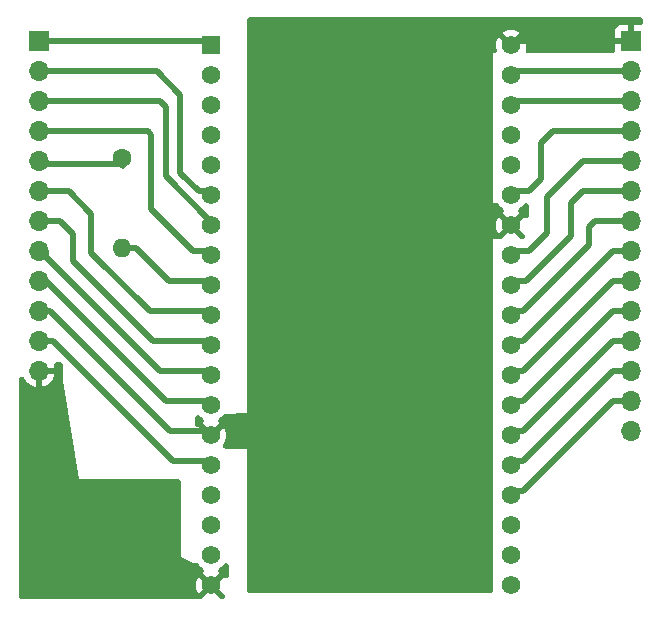
<source format=gbr>
%TF.GenerationSoftware,KiCad,Pcbnew,8.0.8*%
%TF.CreationDate,2025-04-09T16:19:13-04:00*%
%TF.ProjectId,ESP32PCB,45535033-3250-4434-922e-6b696361645f,rev?*%
%TF.SameCoordinates,Original*%
%TF.FileFunction,Copper,L2,Bot*%
%TF.FilePolarity,Positive*%
%FSLAX46Y46*%
G04 Gerber Fmt 4.6, Leading zero omitted, Abs format (unit mm)*
G04 Created by KiCad (PCBNEW 8.0.8) date 2025-04-09 16:19:13*
%MOMM*%
%LPD*%
G01*
G04 APERTURE LIST*
%TA.AperFunction,ComponentPad*%
%ADD10C,1.600000*%
%TD*%
%TA.AperFunction,ComponentPad*%
%ADD11O,1.600000X1.600000*%
%TD*%
%TA.AperFunction,ComponentPad*%
%ADD12R,1.560000X1.560000*%
%TD*%
%TA.AperFunction,ComponentPad*%
%ADD13C,1.560000*%
%TD*%
%TA.AperFunction,ComponentPad*%
%ADD14R,1.700000X1.700000*%
%TD*%
%TA.AperFunction,ComponentPad*%
%ADD15O,1.700000X1.700000*%
%TD*%
%TA.AperFunction,Conductor*%
%ADD16C,0.500000*%
%TD*%
G04 APERTURE END LIST*
D10*
%TO.P,R1,1*%
%TO.N,Net-(J1-Pin_5)*%
X149950000Y-54630000D03*
D11*
%TO.P,R1,2*%
%TO.N,Net-(U1-IO25)*%
X149950000Y-62250000D03*
%TD*%
D12*
%TO.P,U1,J2-1,3V3*%
%TO.N,Net-(J1-Pin_1)*%
X157500000Y-45050000D03*
D13*
%TO.P,U1,J2-2,EN*%
%TO.N,unconnected-(U1-EN-PadJ2-2)*%
X157500000Y-47590000D03*
%TO.P,U1,J2-3,SENSOR_VP*%
%TO.N,unconnected-(U1-SENSOR_VP-PadJ2-3)*%
X157500000Y-50130000D03*
%TO.P,U1,J2-4,SENSOR_VN*%
%TO.N,unconnected-(U1-SENSOR_VN-PadJ2-4)*%
X157500000Y-52670000D03*
%TO.P,U1,J2-5,IO34*%
%TO.N,unconnected-(U1-IO34-PadJ2-5)*%
X157500000Y-55210000D03*
%TO.P,U1,J2-6,IO35*%
%TO.N,Net-(J1-Pin_2)*%
X157500000Y-57750000D03*
%TO.P,U1,J2-7,IO32*%
%TO.N,Net-(J1-Pin_3)*%
X157500000Y-60290000D03*
%TO.P,U1,J2-8,IO33*%
%TO.N,Net-(J1-Pin_4)*%
X157500000Y-62830000D03*
%TO.P,U1,J2-9,IO25*%
%TO.N,Net-(U1-IO25)*%
X157500000Y-65370000D03*
%TO.P,U1,J2-10,IO26*%
%TO.N,Net-(J1-Pin_6)*%
X157500000Y-67910000D03*
%TO.P,U1,J2-11,IO27*%
%TO.N,Net-(J1-Pin_7)*%
X157500000Y-70450000D03*
%TO.P,U1,J2-12,IO14*%
%TO.N,Net-(J1-Pin_8)*%
X157500000Y-72990000D03*
%TO.P,U1,J2-13,IO12*%
%TO.N,Net-(J1-Pin_9)*%
X157500000Y-75530000D03*
%TO.P,U1,J2-14,GND1*%
%TO.N,Net-(J1-Pin_10)*%
X157500000Y-78070000D03*
%TO.P,U1,J2-15,IO13*%
%TO.N,Net-(J1-Pin_11)*%
X157500000Y-80610000D03*
%TO.P,U1,J2-16,SD2*%
%TO.N,unconnected-(U1-SD2-PadJ2-16)*%
X157500000Y-83150000D03*
%TO.P,U1,J2-17,SD3*%
%TO.N,unconnected-(U1-SD3-PadJ2-17)*%
X157500000Y-85690000D03*
%TO.P,U1,J2-18,CMD*%
%TO.N,unconnected-(U1-CMD-PadJ2-18)*%
X157500000Y-88230000D03*
%TO.P,U1,J2-19,EXT_5V*%
%TO.N,Net-(J1-Pin_12)*%
X157500000Y-90770000D03*
%TO.P,U1,J3-1,GND3*%
%TO.N,Net-(J1-Pin_10)*%
X182900000Y-45050000D03*
%TO.P,U1,J3-2,IO23*%
%TO.N,Net-(J2-Pin_2)*%
X182900000Y-47590000D03*
%TO.P,U1,J3-3,IO22*%
%TO.N,Net-(J2-Pin_3)*%
X182900000Y-50130000D03*
%TO.P,U1,J3-4,TXD0*%
%TO.N,unconnected-(U1-TXD0-PadJ3-4)*%
X182900000Y-52670000D03*
%TO.P,U1,J3-5,RXD0*%
%TO.N,unconnected-(U1-RXD0-PadJ3-5)*%
X182900000Y-55210000D03*
%TO.P,U1,J3-6,IO21*%
%TO.N,Net-(J2-Pin_4)*%
X182900000Y-57750000D03*
%TO.P,U1,J3-7,GND2*%
%TO.N,Net-(J1-Pin_10)*%
X182900000Y-60290000D03*
%TO.P,U1,J3-8,IO19*%
%TO.N,Net-(J2-Pin_5)*%
X182900000Y-62830000D03*
%TO.P,U1,J3-9,IO18*%
%TO.N,Net-(J2-Pin_6)*%
X182900000Y-65370000D03*
%TO.P,U1,J3-10,IO5*%
%TO.N,Net-(J2-Pin_7)*%
X182900000Y-67910000D03*
%TO.P,U1,J3-11,IO17*%
%TO.N,Net-(J2-Pin_8)*%
X182900000Y-70450000D03*
%TO.P,U1,J3-12,IO16*%
%TO.N,Net-(J2-Pin_9)*%
X182900000Y-72990000D03*
%TO.P,U1,J3-13,IO4*%
%TO.N,Net-(J2-Pin_10)*%
X182900000Y-75530000D03*
%TO.P,U1,J3-14,IO0*%
%TO.N,Net-(J2-Pin_11)*%
X182900000Y-78070000D03*
%TO.P,U1,J3-15,IO2*%
%TO.N,Net-(J2-Pin_12)*%
X182900000Y-80610000D03*
%TO.P,U1,J3-16,IO15*%
%TO.N,Net-(J2-Pin_13)*%
X182900000Y-83150000D03*
%TO.P,U1,J3-17,SD1*%
%TO.N,unconnected-(U1-SD1-PadJ3-17)*%
X182900000Y-85690000D03*
%TO.P,U1,J3-18,SD0*%
%TO.N,unconnected-(U1-SD0-PadJ3-18)*%
X182900000Y-88230000D03*
%TO.P,U1,J3-19,CLK*%
%TO.N,unconnected-(U1-CLK-PadJ3-19)*%
X182900000Y-90770000D03*
%TD*%
D14*
%TO.P,J2,1,Pin_1*%
%TO.N,Net-(J1-Pin_10)*%
X193040000Y-44704000D03*
D15*
%TO.P,J2,2,Pin_2*%
%TO.N,Net-(J2-Pin_2)*%
X193040000Y-47244000D03*
%TO.P,J2,3,Pin_3*%
%TO.N,Net-(J2-Pin_3)*%
X193040000Y-49784000D03*
%TO.P,J2,4,Pin_4*%
%TO.N,Net-(J2-Pin_4)*%
X193040000Y-52324000D03*
%TO.P,J2,5,Pin_5*%
%TO.N,Net-(J2-Pin_5)*%
X193040000Y-54864000D03*
%TO.P,J2,6,Pin_6*%
%TO.N,Net-(J2-Pin_6)*%
X193040000Y-57404000D03*
%TO.P,J2,7,Pin_7*%
%TO.N,Net-(J2-Pin_7)*%
X193040000Y-59944000D03*
%TO.P,J2,8,Pin_8*%
%TO.N,Net-(J2-Pin_8)*%
X193040000Y-62484000D03*
%TO.P,J2,9,Pin_9*%
%TO.N,Net-(J2-Pin_9)*%
X193040000Y-65024000D03*
%TO.P,J2,10,Pin_10*%
%TO.N,Net-(J2-Pin_10)*%
X193040000Y-67564000D03*
%TO.P,J2,11,Pin_11*%
%TO.N,Net-(J2-Pin_11)*%
X193040000Y-70104000D03*
%TO.P,J2,12,Pin_12*%
%TO.N,Net-(J2-Pin_12)*%
X193040000Y-72644000D03*
%TO.P,J2,13,Pin_13*%
%TO.N,Net-(J2-Pin_13)*%
X193040000Y-75184000D03*
%TO.P,J2,14,Pin_14*%
%TO.N,unconnected-(J2-Pin_14-Pad14)*%
X193040000Y-77724000D03*
%TD*%
D14*
%TO.P,J1,1,Pin_1*%
%TO.N,Net-(J1-Pin_1)*%
X142900000Y-44680000D03*
D15*
%TO.P,J1,2,Pin_2*%
%TO.N,Net-(J1-Pin_2)*%
X142900000Y-47220000D03*
%TO.P,J1,3,Pin_3*%
%TO.N,Net-(J1-Pin_3)*%
X142900000Y-49760000D03*
%TO.P,J1,4,Pin_4*%
%TO.N,Net-(J1-Pin_4)*%
X142900000Y-52300000D03*
%TO.P,J1,5,Pin_5*%
%TO.N,Net-(J1-Pin_5)*%
X142900000Y-54840000D03*
%TO.P,J1,6,Pin_6*%
%TO.N,Net-(J1-Pin_6)*%
X142900000Y-57380000D03*
%TO.P,J1,7,Pin_7*%
%TO.N,Net-(J1-Pin_7)*%
X142900000Y-59920000D03*
%TO.P,J1,8,Pin_8*%
%TO.N,Net-(J1-Pin_8)*%
X142900000Y-62460000D03*
%TO.P,J1,9,Pin_9*%
%TO.N,Net-(J1-Pin_9)*%
X142900000Y-65000000D03*
%TO.P,J1,10,Pin_10*%
%TO.N,Net-(J1-Pin_10)*%
X142900000Y-67540000D03*
%TO.P,J1,11,Pin_11*%
%TO.N,Net-(J1-Pin_11)*%
X142900000Y-70080000D03*
%TO.P,J1,12,Pin_12*%
%TO.N,Net-(J1-Pin_12)*%
X142900000Y-72620000D03*
%TD*%
D16*
%TO.N,Net-(J1-Pin_8)*%
X153170000Y-72620000D02*
X157450000Y-72620000D01*
X143560000Y-63010000D02*
X153170000Y-72620000D01*
X143560000Y-62460000D02*
X143560000Y-63010000D01*
%TO.N,Net-(J1-Pin_9)*%
X142900000Y-65000000D02*
X143550000Y-65000000D01*
X153710000Y-75160000D02*
X157450000Y-75160000D01*
X143550000Y-65000000D02*
X153710000Y-75160000D01*
%TO.N,Net-(J1-Pin_5)*%
X142900000Y-54840000D02*
X143146000Y-55086000D01*
X143146000Y-55086000D02*
X149846000Y-55086000D01*
X149846000Y-55086000D02*
X150050000Y-55290000D01*
%TO.N,Net-(J1-Pin_2)*%
X154900000Y-55840000D02*
X156440000Y-57380000D01*
X156440000Y-57380000D02*
X157450000Y-57380000D01*
X142900000Y-47220000D02*
X142924000Y-47244000D01*
X142924000Y-47244000D02*
X152908000Y-47244000D01*
X152908000Y-47244000D02*
X154900000Y-49236000D01*
X154900000Y-49236000D02*
X154900000Y-55840000D01*
%TO.N,Net-(J1-Pin_10)*%
X143890000Y-67540000D02*
X154050000Y-77700000D01*
X154050000Y-77700000D02*
X157450000Y-77700000D01*
X182850000Y-44680000D02*
X183872000Y-44680000D01*
X193544000Y-44700000D02*
X193548000Y-44704000D01*
X142900000Y-67540000D02*
X143890000Y-67540000D01*
X183892000Y-44700000D02*
X193544000Y-44700000D01*
X183872000Y-44680000D02*
X183892000Y-44700000D01*
%TO.N,Net-(J1-Pin_6)*%
X145454000Y-57404000D02*
X142924000Y-57404000D01*
X147350000Y-62600000D02*
X147350000Y-59300000D01*
X147350000Y-59300000D02*
X145454000Y-57404000D01*
X152290000Y-67540000D02*
X147350000Y-62600000D01*
X157450000Y-67540000D02*
X152290000Y-67540000D01*
X142924000Y-57404000D02*
X142900000Y-57380000D01*
%TO.N,Net-(J1-Pin_4)*%
X152400000Y-58928000D02*
X155932000Y-62460000D01*
X152124000Y-52324000D02*
X152400000Y-52600000D01*
X152400000Y-52600000D02*
X152400000Y-58928000D01*
X142900000Y-52300000D02*
X142924000Y-52324000D01*
X142924000Y-52324000D02*
X152124000Y-52324000D01*
X155932000Y-62460000D02*
X157450000Y-62460000D01*
%TO.N,Net-(J1-Pin_7)*%
X145800000Y-61050000D02*
X145800000Y-63350000D01*
X142900000Y-59920000D02*
X144670000Y-59920000D01*
X144670000Y-59920000D02*
X145800000Y-61050000D01*
X145800000Y-63350000D02*
X152554000Y-70104000D01*
X157426000Y-70104000D02*
X157450000Y-70080000D01*
X152554000Y-70104000D02*
X157426000Y-70104000D01*
%TO.N,Net-(J1-Pin_3)*%
X142924000Y-49784000D02*
X153184000Y-49784000D01*
X142900000Y-49760000D02*
X142924000Y-49784000D01*
X153650000Y-50250000D02*
X153650000Y-56120000D01*
X153650000Y-56120000D02*
X157450000Y-59920000D01*
X153184000Y-49784000D02*
X153650000Y-50250000D01*
%TO.N,Net-(J1-Pin_1)*%
X142900000Y-44680000D02*
X157450000Y-44680000D01*
X143266000Y-45046000D02*
X142900000Y-44680000D01*
%TO.N,Net-(J1-Pin_11)*%
X157450000Y-80240000D02*
X154290000Y-80240000D01*
X154290000Y-80240000D02*
X144130000Y-70080000D01*
X144130000Y-70080000D02*
X142900000Y-70080000D01*
%TO.N,Net-(J2-Pin_9)*%
X191520000Y-65020000D02*
X193544000Y-65020000D01*
X193544000Y-65020000D02*
X193548000Y-65024000D01*
X182850000Y-72620000D02*
X183920000Y-72620000D01*
X183920000Y-72620000D02*
X191520000Y-65020000D01*
%TO.N,Net-(J2-Pin_8)*%
X182850000Y-70080000D02*
X183920000Y-70080000D01*
X183920000Y-70080000D02*
X191516000Y-62484000D01*
X191516000Y-62484000D02*
X193548000Y-62484000D01*
%TO.N,Net-(J2-Pin_6)*%
X187960000Y-61214000D02*
X187960000Y-58420000D01*
X188976000Y-57404000D02*
X193548000Y-57404000D01*
X187960000Y-58420000D02*
X188976000Y-57404000D01*
X182850000Y-65000000D02*
X184174000Y-65000000D01*
X184174000Y-65000000D02*
X187960000Y-61214000D01*
%TO.N,Net-(J2-Pin_3)*%
X182850000Y-49760000D02*
X193524000Y-49760000D01*
X193524000Y-49760000D02*
X193548000Y-49784000D01*
%TO.N,Net-(J2-Pin_13)*%
X193544000Y-75180000D02*
X193548000Y-75184000D01*
X191520000Y-75180000D02*
X193544000Y-75180000D01*
X182850000Y-82780000D02*
X183920000Y-82780000D01*
X183920000Y-82780000D02*
X191520000Y-75180000D01*
%TO.N,Net-(J2-Pin_11)*%
X191520000Y-70100000D02*
X193544000Y-70100000D01*
X193544000Y-70100000D02*
X193548000Y-70104000D01*
X183920000Y-77700000D02*
X191520000Y-70100000D01*
X182850000Y-77700000D02*
X183920000Y-77700000D01*
%TO.N,Net-(J2-Pin_12)*%
X191520000Y-72640000D02*
X193544000Y-72640000D01*
X183920000Y-80240000D02*
X191520000Y-72640000D01*
X193544000Y-72640000D02*
X193548000Y-72644000D01*
X182850000Y-80240000D02*
X183920000Y-80240000D01*
%TO.N,Net-(J2-Pin_4)*%
X193544000Y-52320000D02*
X186440000Y-52320000D01*
X184428000Y-57380000D02*
X182850000Y-57380000D01*
X185420000Y-53340000D02*
X185420000Y-56388000D01*
X186440000Y-52320000D02*
X185420000Y-53340000D01*
X193548000Y-52324000D02*
X193544000Y-52320000D01*
X185420000Y-56388000D02*
X184428000Y-57380000D01*
%TO.N,Net-(J2-Pin_2)*%
X193524000Y-47220000D02*
X193548000Y-47244000D01*
X182850000Y-47220000D02*
X193524000Y-47220000D01*
%TO.N,Net-(J2-Pin_7)*%
X189484000Y-60452000D02*
X189992000Y-59944000D01*
X182850000Y-67540000D02*
X183920000Y-67540000D01*
X183920000Y-67540000D02*
X189484000Y-61976000D01*
X189992000Y-59944000D02*
X193548000Y-59944000D01*
X189484000Y-61976000D02*
X189484000Y-60452000D01*
%TO.N,Net-(J2-Pin_10)*%
X193544000Y-67560000D02*
X193548000Y-67564000D01*
X182850000Y-75160000D02*
X183920000Y-75160000D01*
X183920000Y-75160000D02*
X191520000Y-67560000D01*
X191520000Y-67560000D02*
X193544000Y-67560000D01*
%TO.N,Net-(J2-Pin_5)*%
X193548000Y-54864000D02*
X193544000Y-54860000D01*
X185928000Y-60960000D02*
X184428000Y-62460000D01*
X193544000Y-54860000D02*
X188980000Y-54860000D01*
X185928000Y-57912000D02*
X185928000Y-60960000D01*
X184428000Y-62460000D02*
X182850000Y-62460000D01*
X188980000Y-54860000D02*
X185928000Y-57912000D01*
%TO.N,Net-(U1-IO25)*%
X151150000Y-62250000D02*
X153900000Y-65000000D01*
X149950000Y-62250000D02*
X151150000Y-62250000D01*
X153900000Y-65000000D02*
X157450000Y-65000000D01*
%TD*%
%TA.AperFunction,Conductor*%
%TO.N,Net-(J1-Pin_10)*%
G36*
X193902288Y-42690954D02*
G01*
X193983070Y-42744930D01*
X194037046Y-42825712D01*
X194056000Y-42921000D01*
X194056000Y-43105000D01*
X194037046Y-43200288D01*
X193983070Y-43281070D01*
X193902288Y-43335046D01*
X193807000Y-43354000D01*
X193290001Y-43354000D01*
X193290000Y-43354001D01*
X193290000Y-44270988D01*
X193232993Y-44238075D01*
X193105826Y-44204000D01*
X192974174Y-44204000D01*
X192847007Y-44238075D01*
X192790000Y-44270988D01*
X192790000Y-43354001D01*
X192789999Y-43354000D01*
X192142167Y-43354000D01*
X192082628Y-43360401D01*
X192082621Y-43360403D01*
X191947912Y-43410646D01*
X191832812Y-43496810D01*
X191832810Y-43496812D01*
X191746646Y-43611912D01*
X191696403Y-43746621D01*
X191696401Y-43746628D01*
X191690000Y-43806167D01*
X191690000Y-44453999D01*
X191690001Y-44454000D01*
X192606988Y-44454000D01*
X192574075Y-44511007D01*
X192540000Y-44638174D01*
X192540000Y-44769826D01*
X192574075Y-44896993D01*
X192606988Y-44954000D01*
X191690001Y-44954000D01*
X191690000Y-44954001D01*
X191690000Y-45471000D01*
X191671046Y-45566288D01*
X191617070Y-45647070D01*
X191536288Y-45701046D01*
X191441000Y-45720000D01*
X184370131Y-45720000D01*
X184274843Y-45701046D01*
X184194061Y-45647070D01*
X184140085Y-45566288D01*
X184121131Y-45471000D01*
X184129615Y-45406555D01*
X184165368Y-45273121D01*
X184165368Y-45273116D01*
X184184888Y-45050000D01*
X184165368Y-44826883D01*
X184165368Y-44826882D01*
X184107401Y-44610543D01*
X184012747Y-44407558D01*
X183964664Y-44338889D01*
X183399292Y-44904260D01*
X183384563Y-44849288D01*
X183316104Y-44730713D01*
X183219287Y-44633896D01*
X183100712Y-44565437D01*
X183045736Y-44550706D01*
X183611110Y-43985333D01*
X183611110Y-43985332D01*
X183542450Y-43937256D01*
X183542448Y-43937254D01*
X183339456Y-43842598D01*
X183123117Y-43784631D01*
X182900000Y-43765111D01*
X182676883Y-43784631D01*
X182676882Y-43784631D01*
X182460543Y-43842598D01*
X182257555Y-43937253D01*
X182257554Y-43937253D01*
X182188887Y-43985334D01*
X182754260Y-44550707D01*
X182699288Y-44565437D01*
X182580713Y-44633896D01*
X182483896Y-44730713D01*
X182415437Y-44849288D01*
X182400707Y-44904261D01*
X181835334Y-44338888D01*
X181787253Y-44407554D01*
X181787253Y-44407555D01*
X181692598Y-44610543D01*
X181634631Y-44826882D01*
X181634631Y-44826883D01*
X181615111Y-45050000D01*
X181634631Y-45273116D01*
X181634631Y-45273121D01*
X181670385Y-45406555D01*
X181676739Y-45503502D01*
X181645509Y-45595501D01*
X181581450Y-45668546D01*
X181494314Y-45711516D01*
X181429869Y-45720000D01*
X181356000Y-45720000D01*
X181356000Y-58420000D01*
X181676316Y-58420000D01*
X181771604Y-58438954D01*
X181852386Y-58492930D01*
X181880284Y-58526178D01*
X181915333Y-58576233D01*
X182073767Y-58734667D01*
X182073770Y-58734669D01*
X182190403Y-58816337D01*
X182257586Y-58886518D01*
X182292798Y-58977068D01*
X182290678Y-59074200D01*
X182251549Y-59163127D01*
X182190401Y-59224274D01*
X182188887Y-59225333D01*
X182188887Y-59225334D01*
X182754260Y-59790707D01*
X182699288Y-59805437D01*
X182580713Y-59873896D01*
X182483896Y-59970713D01*
X182415437Y-60089288D01*
X182400707Y-60144260D01*
X181835334Y-59578887D01*
X181787253Y-59647554D01*
X181787253Y-59647555D01*
X181692598Y-59850543D01*
X181634631Y-60066882D01*
X181634631Y-60066883D01*
X181615111Y-60290000D01*
X181634631Y-60513116D01*
X181634631Y-60513117D01*
X181692598Y-60729456D01*
X181787254Y-60932448D01*
X181787256Y-60932450D01*
X181835333Y-61001110D01*
X182400706Y-60435737D01*
X182415437Y-60490712D01*
X182483896Y-60609287D01*
X182580713Y-60706104D01*
X182699288Y-60774563D01*
X182754260Y-60789292D01*
X182143883Y-61399669D01*
X182063102Y-61453645D01*
X181990935Y-61468000D01*
X181944693Y-61468000D01*
X181872526Y-61453645D01*
X181872510Y-61453639D01*
X181870509Y-61452810D01*
X181826209Y-61423205D01*
X181737824Y-61462097D01*
X181683929Y-61468000D01*
X181356000Y-61468000D01*
X181356000Y-61468001D01*
X181356000Y-91191000D01*
X181337046Y-91286288D01*
X181283070Y-91367070D01*
X181202288Y-91421046D01*
X181107000Y-91440000D01*
X160777000Y-91440000D01*
X160681712Y-91421046D01*
X160600930Y-91367070D01*
X160546954Y-91286288D01*
X160528000Y-91191000D01*
X160528000Y-79248001D01*
X160528000Y-79248000D01*
X160444463Y-79245239D01*
X158748923Y-79189200D01*
X158654313Y-79167109D01*
X158575358Y-79110493D01*
X158524080Y-79027973D01*
X158508284Y-78932111D01*
X158530375Y-78837501D01*
X158553179Y-78797515D01*
X158612747Y-78712442D01*
X158707401Y-78509456D01*
X158765368Y-78293117D01*
X158765368Y-78293116D01*
X158784888Y-78070000D01*
X158765368Y-77846883D01*
X158765368Y-77846882D01*
X158707401Y-77630543D01*
X158612747Y-77427558D01*
X158564664Y-77358889D01*
X157999292Y-77924260D01*
X157984563Y-77869288D01*
X157916104Y-77750713D01*
X157819287Y-77653896D01*
X157700712Y-77585437D01*
X157645736Y-77570706D01*
X158211109Y-77005334D01*
X158209596Y-77004274D01*
X158142412Y-76934093D01*
X158107200Y-76843543D01*
X158109319Y-76746411D01*
X158148448Y-76657484D01*
X158209595Y-76596337D01*
X158326233Y-76514667D01*
X158484667Y-76356233D01*
X158484675Y-76356220D01*
X158487825Y-76352468D01*
X158490896Y-76350002D01*
X158492354Y-76348545D01*
X158492513Y-76348704D01*
X158563591Y-76291652D01*
X158656863Y-76264459D01*
X158670003Y-76263659D01*
X160528000Y-76200000D01*
X160528000Y-42921000D01*
X160546954Y-42825712D01*
X160600930Y-42744930D01*
X160681712Y-42690954D01*
X160777000Y-42672000D01*
X193807000Y-42672000D01*
X193902288Y-42690954D01*
G37*
%TD.AperFunction*%
%TA.AperFunction,Conductor*%
G36*
X156484955Y-76357479D02*
G01*
X156567542Y-76408649D01*
X156573662Y-76414562D01*
X156673767Y-76514667D01*
X156673770Y-76514669D01*
X156790403Y-76596337D01*
X156857586Y-76666518D01*
X156892798Y-76757068D01*
X156890678Y-76854200D01*
X156851549Y-76943127D01*
X156790401Y-77004274D01*
X156788887Y-77005333D01*
X156788887Y-77005334D01*
X157354260Y-77570707D01*
X157299288Y-77585437D01*
X157180713Y-77653896D01*
X157083896Y-77750713D01*
X157015437Y-77869288D01*
X157000707Y-77924261D01*
X156435332Y-77358886D01*
X156393065Y-77362585D01*
X156296488Y-77352009D01*
X156211309Y-77305278D01*
X156150497Y-77229509D01*
X156123311Y-77136235D01*
X156122527Y-77105497D01*
X156141568Y-76581856D01*
X156163973Y-76487324D01*
X156220849Y-76408557D01*
X156303539Y-76357552D01*
X156381852Y-76342056D01*
X156389076Y-76341808D01*
X156484955Y-76357479D01*
G37*
%TD.AperFunction*%
%TA.AperFunction,Conductor*%
G36*
X184010255Y-61046700D02*
G01*
X184064231Y-61127482D01*
X184083185Y-61222770D01*
X184064231Y-61318058D01*
X184010255Y-61398840D01*
X183929489Y-61452810D01*
X183927488Y-61453639D01*
X183855314Y-61468000D01*
X183809073Y-61468000D01*
X183736911Y-61453651D01*
X183656126Y-61399681D01*
X183045738Y-60789293D01*
X183100712Y-60774563D01*
X183219287Y-60706104D01*
X183316104Y-60609287D01*
X183384563Y-60490712D01*
X183399293Y-60435738D01*
X184010255Y-61046700D01*
G37*
%TD.AperFunction*%
%TA.AperFunction,Conductor*%
G36*
X184250288Y-58438954D02*
G01*
X184331070Y-58492930D01*
X184385046Y-58573712D01*
X184404000Y-58669000D01*
X184404000Y-59416596D01*
X184385046Y-59511884D01*
X184331070Y-59592666D01*
X184250288Y-59646642D01*
X184155000Y-59665596D01*
X184059712Y-59646642D01*
X183978930Y-59592666D01*
X183967583Y-59579143D01*
X183964664Y-59578888D01*
X183399292Y-60144260D01*
X183384563Y-60089288D01*
X183316104Y-59970713D01*
X183219287Y-59873896D01*
X183100712Y-59805437D01*
X183045737Y-59790706D01*
X183611110Y-59225334D01*
X183609596Y-59224274D01*
X183542412Y-59154093D01*
X183507200Y-59063543D01*
X183509319Y-58966411D01*
X183548448Y-58877484D01*
X183609595Y-58816337D01*
X183726233Y-58734667D01*
X183884667Y-58576233D01*
X183919716Y-58526178D01*
X183989898Y-58458995D01*
X184080447Y-58423783D01*
X184123684Y-58420000D01*
X184155000Y-58420000D01*
X184250288Y-58438954D01*
G37*
%TD.AperFunction*%
%TD*%
%TA.AperFunction,Conductor*%
%TO.N,Net-(J1-Pin_12)*%
G36*
X144725546Y-71871629D02*
G01*
X144820297Y-71893078D01*
X144899633Y-71949157D01*
X144951469Y-72031328D01*
X144968000Y-72120542D01*
X144968000Y-73402000D01*
X145055405Y-73950635D01*
X146303999Y-81788000D01*
X146304000Y-81788000D01*
X154691000Y-81788000D01*
X154786288Y-81806954D01*
X154867070Y-81860930D01*
X154921046Y-81941712D01*
X154940000Y-82037000D01*
X154940000Y-88392000D01*
X155955998Y-88899999D01*
X155955999Y-88900000D01*
X155956000Y-88900000D01*
X156276316Y-88900000D01*
X156371604Y-88918954D01*
X156452386Y-88972930D01*
X156480284Y-89006178D01*
X156515333Y-89056233D01*
X156673767Y-89214667D01*
X156673770Y-89214669D01*
X156790403Y-89296337D01*
X156857586Y-89366518D01*
X156892798Y-89457068D01*
X156890678Y-89554200D01*
X156851549Y-89643127D01*
X156790401Y-89704274D01*
X156788887Y-89705333D01*
X156788887Y-89705334D01*
X157354260Y-90270707D01*
X157299288Y-90285437D01*
X157180713Y-90353896D01*
X157083896Y-90450713D01*
X157015437Y-90569288D01*
X157000707Y-90624260D01*
X156435334Y-90058887D01*
X156387253Y-90127554D01*
X156387253Y-90127555D01*
X156292598Y-90330543D01*
X156234631Y-90546882D01*
X156234631Y-90546883D01*
X156215111Y-90770000D01*
X156234631Y-90993116D01*
X156234631Y-90993117D01*
X156292598Y-91209456D01*
X156387254Y-91412446D01*
X156435334Y-91481110D01*
X157000706Y-90915737D01*
X157015437Y-90970712D01*
X157083896Y-91089287D01*
X157180713Y-91186104D01*
X157299288Y-91254563D01*
X157354260Y-91269292D01*
X156740982Y-91882570D01*
X156660201Y-91936546D01*
X156564913Y-91955500D01*
X156562084Y-91955500D01*
X156466796Y-91936546D01*
X156429448Y-91911591D01*
X156343076Y-91949597D01*
X156289181Y-91955500D01*
X141461500Y-91955500D01*
X141366212Y-91936546D01*
X141285430Y-91882570D01*
X141231454Y-91801788D01*
X141212500Y-91706500D01*
X141212500Y-73318683D01*
X141231454Y-73223395D01*
X141285430Y-73142613D01*
X141366212Y-73088637D01*
X141461500Y-73069683D01*
X141556788Y-73088637D01*
X141637570Y-73142613D01*
X141687171Y-73213451D01*
X141726399Y-73297576D01*
X141861889Y-73491076D01*
X142028923Y-73658110D01*
X142222423Y-73793600D01*
X142436511Y-73893431D01*
X142650000Y-73950635D01*
X142650000Y-73053012D01*
X142707007Y-73085925D01*
X142834174Y-73120000D01*
X142965826Y-73120000D01*
X143092993Y-73085925D01*
X143150000Y-73053012D01*
X143150000Y-73950635D01*
X143363488Y-73893431D01*
X143577576Y-73793600D01*
X143771076Y-73658110D01*
X143938110Y-73491076D01*
X144073600Y-73297576D01*
X144173433Y-73083485D01*
X144173433Y-73083483D01*
X144230636Y-72870001D01*
X144230636Y-72870000D01*
X143333012Y-72870000D01*
X143365925Y-72812993D01*
X143400000Y-72685826D01*
X143400000Y-72554174D01*
X143365925Y-72427007D01*
X143333012Y-72370000D01*
X144230636Y-72370000D01*
X144230636Y-72369999D01*
X144178954Y-72177119D01*
X144172599Y-72080172D01*
X144203828Y-71988173D01*
X144267887Y-71915128D01*
X144355023Y-71872158D01*
X144426004Y-71863759D01*
X144725546Y-71871629D01*
G37*
%TD.AperFunction*%
%TA.AperFunction,Conductor*%
G36*
X158613985Y-91530430D02*
G01*
X158667961Y-91611212D01*
X158686915Y-91706500D01*
X158667961Y-91801788D01*
X158613985Y-91882570D01*
X158533203Y-91936546D01*
X158437915Y-91955500D01*
X158435085Y-91955500D01*
X158339797Y-91936546D01*
X158259015Y-91882570D01*
X157645738Y-91269293D01*
X157700712Y-91254563D01*
X157819287Y-91186104D01*
X157916104Y-91089287D01*
X157984563Y-90970712D01*
X157999293Y-90915738D01*
X158613985Y-91530430D01*
G37*
%TD.AperFunction*%
%TA.AperFunction,Conductor*%
G36*
X158850288Y-88918954D02*
G01*
X158931070Y-88972930D01*
X158985046Y-89053712D01*
X159004000Y-89149000D01*
X159004000Y-89896596D01*
X158985046Y-89991884D01*
X158931070Y-90072666D01*
X158850288Y-90126642D01*
X158755000Y-90145596D01*
X158659712Y-90126642D01*
X158578930Y-90072666D01*
X158567583Y-90059143D01*
X158564664Y-90058888D01*
X157999292Y-90624260D01*
X157984563Y-90569288D01*
X157916104Y-90450713D01*
X157819287Y-90353896D01*
X157700712Y-90285437D01*
X157645737Y-90270706D01*
X158211110Y-89705334D01*
X158209596Y-89704274D01*
X158142412Y-89634093D01*
X158107200Y-89543543D01*
X158109319Y-89446411D01*
X158148448Y-89357484D01*
X158209595Y-89296337D01*
X158326233Y-89214667D01*
X158484667Y-89056233D01*
X158519716Y-89006178D01*
X158589898Y-88938995D01*
X158680447Y-88903783D01*
X158723684Y-88900000D01*
X158755000Y-88900000D01*
X158850288Y-88918954D01*
G37*
%TD.AperFunction*%
%TD*%
M02*

</source>
